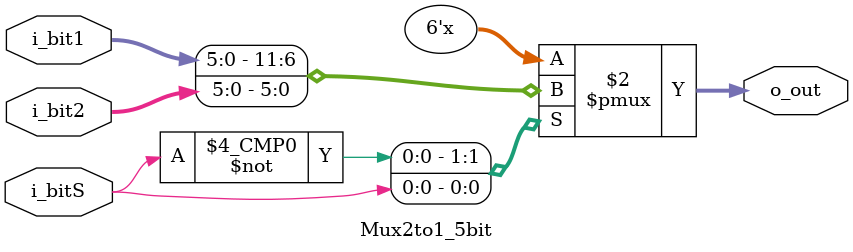
<source format=v>
`timescale 1ns / 1ps
module Mux2to1_5bit(
   input [5:0] i_bit1,
	input [5:0] i_bit2,
	input  i_bitS,
	output reg [5:0] o_out
	 
    );
		
	always @(i_bit1, i_bit2, i_bitS)
	begin
	case (i_bitS)
	
		0: o_out <= i_bit1;
		1: o_out <= i_bit2;
		
	endcase
	end


endmodule
</source>
